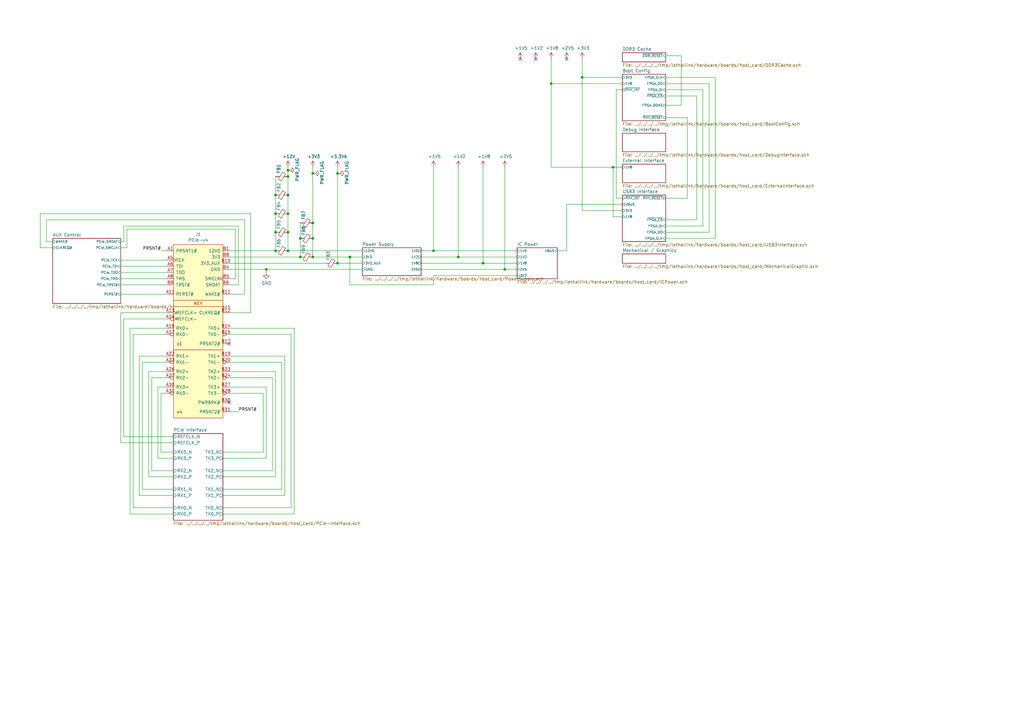
<source format=kicad_sch>
(kicad_sch (version 20230121) (generator eeschema)
  (paper "A3")
  (title_block (title "lethallink - PCIe Interface and Root Schematic") (date "2020-06-13") (rev "0") (company "Aki Van Ness"))
  (lib_symbols
    (symbol "lethallink-rescue:+3.3V-power" (power) (pin_names (offset 0))
      (property "Value" "+3.3V-power" (at 0 3.556 0))
      (symbol "+3.3V-power_0_1"
        (polyline (pts (xy -0.762 1.27) (xy 0 2.54)))
        (polyline (pts (xy 0 0) (xy 0 2.54)))
        (polyline (pts (xy 0 2.54) (xy 0.762 1.27)))
      )
      (symbol "+3.3V-power_1_1"
        (pin power_in line (at 0 0 90) (length 0) hide (name "+3V3") (number "1"))
      )
    )
    (symbol "lethallink-rescue:Ferrite_Bead_Small-Device" (pin_numbers hide) (pin_names (offset 0))
      (property "Reference" "FB" (at 1.905 1.27 0))
      (property "Value" "Device_Ferrite_Bead_Small" (at 1.905 -1.27 0))
      (symbol "Ferrite_Bead_Small-Device_0_1"
        (polyline (pts (xy 0 -1.27) (xy 0 -0.7874)))
        (polyline (pts (xy 0 0.889) (xy 0 1.2954)))
        (polyline (pts (xy -1.8288 0.2794) (xy -1.1176 1.4986) (xy 1.8288 -0.2032) (xy 1.1176 -1.4224) (xy -1.8288 0.2794)))
      )
      (symbol "Ferrite_Bead_Small-Device_1_1"
        (pin passive line (at 0 2.54 270) (length 1.27) (name "~") (number "1"))
        (pin passive line (at 0 -2.54 90) (length 1.27) (name "~") (number "2"))
      )
    )
    (symbol "lethallink-rescue:PCIe-x4-lethalbit-pcie" (pin_names (offset 1.016))
      (property "Reference" "J" (at 0 -48.26 0))
      (property "Value" "lethalbit-pcie_PCIe-x4" (at 0 25.4 0))
      (symbol "PCIe-x4-lethalbit-pcie_0_0"
        (polyline (pts (xy 10.16 -19.05) (xy -10.16 -19.05)))
        (polyline (pts (xy 10.16 1.27) (xy -10.16 1.27)))
        (text "KEY" (at 0 0 0) (effects (font (size 1.27 1.27))))
        (text "x1" (at -7.62 -16.51 0) (effects (font (size 1.27 1.27))))
        (text "x4" (at -7.62 -44.45 0) (effects (font (size 1.27 1.27))))
      )
      (symbol "PCIe-x4-lethalbit-pcie_0_1"
        (rectangle (start -10.16 -46.99) (end 10.16 24.13) (fill (type background)))
        (polyline (pts (xy -10.16 -1.27) (xy 10.16 -1.27)))
      )
      (symbol "PCIe-x4-lethalbit-pcie_1_1"
        (pin passive line (at -12.7 21.59 0) (length 2.54) (name "PRSNT1#") (number "A1"))
        (pin passive line (at 12.7 19.05 180) (length 2.54) hide (name "3V3") (number "A10"))
        (pin input line (at -12.7 3.81 0) (length 2.54) (name "PERST#") (number "A11"))
        (pin passive line (at 12.7 13.97 180) (length 2.54) hide (name "GND") (number "A12"))
        (pin input clock (at -12.7 -3.81 0) (length 2.54) (name "REFCLK+") (number "A13"))
        (pin input inverted_clock (at -12.7 -6.35 0) (length 2.54) (name "REFCLK-") (number "A14"))
        (pin passive line (at 12.7 13.97 180) (length 2.54) hide (name "GND") (number "A15"))
        (pin input line (at -12.7 -10.16 0) (length 2.54) (name "RX0+") (number "A16"))
        (pin input inverted (at -12.7 -12.7 0) (length 2.54) (name "RX0-") (number "A17"))
        (pin passive line (at 12.7 13.97 180) (length 2.54) hide (name "GND") (number "A18"))
        (pin no_connect non_logic (at 12.7 -7.62 180) (length 2.54) hide (name "RSVD") (number "A19"))
        (pin passive line (at 12.7 21.59 180) (length 2.54) hide (name "12V0") (number "A2"))
        (pin passive line (at 12.7 13.97 180) (length 2.54) hide (name "GND") (number "A20"))
        (pin passive line (at 12.7 13.97 180) (length 2.54) hide (name "GND") (number "A21"))
        (pin input line (at -12.7 -21.59 0) (length 2.54) (name "RX1+") (number "A22"))
        (pin input inverted (at -12.7 -24.13 0) (length 2.54) (name "RX1-") (number "A23"))
        (pin passive line (at 12.7 13.97 180) (length 2.54) hide (name "GND") (number "A24"))
        (pin passive line (at 12.7 13.97 180) (length 2.54) hide (name "GND") (number "A25"))
        (pin input line (at -12.7 -27.94 0) (length 2.54) (name "RX2+") (number "A26"))
        (pin input inverted (at -12.7 -30.48 0) (length 2.54) (name "RX2-") (number "A27"))
        (pin passive line (at 12.7 13.97 180) (length 2.54) hide (name "GND") (number "A28"))
        (pin passive line (at 12.7 13.97 180) (length 2.54) hide (name "GND") (number "A29"))
        (pin passive line (at 12.7 21.59 180) (length 2.54) hide (name "12V0") (number "A3"))
        (pin input line (at -12.7 -34.29 0) (length 2.54) (name "RX3+") (number "A30"))
        (pin input inverted (at -12.7 -36.83 0) (length 2.54) (name "RX3-") (number "A31"))
        (pin passive line (at 12.7 13.97 180) (length 2.54) hide (name "GND") (number "A32"))
        (pin passive line (at 12.7 13.97 180) (length 2.54) hide (name "GND") (number "A4"))
        (pin input clock (at -12.7 17.78 0) (length 2.54) (name "TCK") (number "A5"))
        (pin input line (at -12.7 15.24 0) (length 2.54) (name "TDI") (number "A6"))
        (pin output line (at -12.7 12.7 0) (length 2.54) (name "TDO") (number "A7"))
        (pin input line (at -12.7 10.16 0) (length 2.54) (name "TMS") (number "A8"))
        (pin passive line (at 12.7 19.05 180) (length 2.54) hide (name "3V3") (number "A9"))
        (pin power_out line (at 12.7 21.59 180) (length 2.54) (name "12V0") (number "B1"))
        (pin power_out line (at 12.7 16.51 180) (length 2.54) (name "3V3_AUX") (number "B10"))
        (pin open_emitter line (at 12.7 3.81 180) (length 2.54) (name "WAKE#") (number "B11"))
        (pin open_emitter line (at 12.7 -3.81 180) (length 2.54) (name "CLKREQ#") (number "B12"))
        (pin passive line (at 12.7 13.97 180) (length 2.54) hide (name "GND") (number "B13"))
        (pin output line (at 12.7 -10.16 180) (length 2.54) (name "TX0+") (number "B14"))
        (pin output inverted (at 12.7 -12.7 180) (length 2.54) (name "TX0-") (number "B15"))
        (pin passive line (at 12.7 13.97 180) (length 2.54) hide (name "GND") (number "B16"))
        (pin passive line (at 12.7 -16.51 180) (length 2.54) (name "PRSNT2#") (number "B17"))
        (pin passive line (at 12.7 13.97 180) (length 2.54) hide (name "GND") (number "B18"))
        (pin output line (at 12.7 -21.59 180) (length 2.54) (name "TX1+") (number "B19"))
        (pin passive line (at 12.7 21.59 180) (length 2.54) hide (name "12V0") (number "B2"))
        (pin output inverted (at 12.7 -24.13 180) (length 2.54) (name "TX1-") (number "B20"))
        (pin passive line (at 12.7 13.97 180) (length 2.54) hide (name "GND") (number "B21"))
        (pin passive line (at 12.7 13.97 180) (length 2.54) hide (name "GND") (number "B22"))
        (pin output line (at 12.7 -27.94 180) (length 2.54) (name "TX2+") (number "B23"))
        (pin output inverted (at 12.7 -30.48 180) (length 2.54) (name "TX2-") (number "B24"))
        (pin passive line (at 12.7 13.97 180) (length 2.54) hide (name "GND") (number "B25"))
        (pin passive line (at 12.7 13.97 180) (length 2.54) hide (name "GND") (number "B26"))
        (pin output line (at 12.7 -34.29 180) (length 2.54) (name "TX3+") (number "B27"))
        (pin output inverted (at 12.7 -36.83 180) (length 2.54) (name "TX3-") (number "B28"))
        (pin passive line (at 12.7 13.97 180) (length 2.54) hide (name "GND") (number "B29"))
        (pin passive line (at 12.7 21.59 180) (length 2.54) hide (name "12V0") (number "B3"))
        (pin open_emitter line (at 12.7 -40.64 180) (length 2.54) (name "PWRBRK#") (number "B30"))
        (pin passive line (at 12.7 -44.45 180) (length 2.54) (name "PRSNT2#") (number "B31"))
        (pin passive line (at 12.7 13.97 180) (length 2.54) hide (name "GND") (number "B32"))
        (pin passive line (at 12.7 13.97 180) (length 2.54) (name "GND") (number "B4"))
        (pin open_emitter clock (at 12.7 10.16 180) (length 2.54) (name "SMCLK") (number "B5"))
        (pin open_emitter line (at 12.7 7.62 180) (length 2.54) (name "SMDAT") (number "B6"))
        (pin passive line (at 12.7 13.97 180) (length 2.54) hide (name "GND") (number "B7"))
        (pin power_out line (at 12.7 19.05 180) (length 2.54) (name "3V3") (number "B8"))
        (pin input line (at -12.7 7.62 0) (length 2.54) (name "TRST#") (number "B9"))
        (pin passive line (at 12.7 13.97 180) (length 2.54) hide (name "GND") (number "G1"))
        (pin passive line (at 12.7 13.97 180) (length 2.54) hide (name "GND") (number "G2"))
      )
    )
    (symbol "power:+12V" (power) (pin_names (offset 0))
      (property "Value" "+12V" (at 0 3.556 0))
      (symbol "+12V_0_1"
        (polyline (pts (xy -0.762 1.27) (xy 0 2.54)))
        (polyline (pts (xy 0 0) (xy 0 2.54)))
        (polyline (pts (xy 0 2.54) (xy 0.762 1.27)))
      )
      (symbol "+12V_1_1"
        (pin power_in line (at 0 0 90) (length 0) hide (name "+12V") (number "1"))
      )
    )
    (symbol "power:+1V2" (power) (pin_names (offset 0))
      (property "Value" "+1V2" (at 0 3.556 0))
      (symbol "+1V2_0_1"
        (polyline (pts (xy -0.762 1.27) (xy 0 2.54)))
        (polyline (pts (xy 0 0) (xy 0 2.54)))
        (polyline (pts (xy 0 2.54) (xy 0.762 1.27)))
      )
      (symbol "+1V2_1_1"
        (pin power_in line (at 0 0 90) (length 0) hide (name "+1V2") (number "1"))
      )
    )
    (symbol "power:+1V5" (power) (pin_names (offset 0))
      (property "Value" "+1V5" (at 0 3.556 0))
      (symbol "+1V5_0_1"
        (polyline (pts (xy -0.762 1.27) (xy 0 2.54)))
        (polyline (pts (xy 0 0) (xy 0 2.54)))
        (polyline (pts (xy 0 2.54) (xy 0.762 1.27)))
      )
      (symbol "+1V5_1_1"
        (pin power_in line (at 0 0 90) (length 0) hide (name "+1V5") (number "1"))
      )
    )
    (symbol "power:+1V8" (power) (pin_names (offset 0))
      (property "Value" "+1V8" (at 0 3.556 0))
      (symbol "+1V8_0_1"
        (polyline (pts (xy -0.762 1.27) (xy 0 2.54)))
        (polyline (pts (xy 0 0) (xy 0 2.54)))
        (polyline (pts (xy 0 2.54) (xy 0.762 1.27)))
      )
      (symbol "+1V8_1_1"
        (pin power_in line (at 0 0 90) (length 0) hide (name "+1V8") (number "1"))
      )
    )
    (symbol "power:+2V5" (power) (pin_names (offset 0))
      (property "Value" "+2V5" (at 0 3.556 0))
      (symbol "+2V5_0_1"
        (polyline (pts (xy -0.762 1.27) (xy 0 2.54)))
        (polyline (pts (xy 0 0) (xy 0 2.54)))
        (polyline (pts (xy 0 2.54) (xy 0.762 1.27)))
      )
      (symbol "+2V5_1_1"
        (pin power_in line (at 0 0 90) (length 0) hide (name "+2V5") (number "1"))
      )
    )
    (symbol "power:+3.3VA" (power) (pin_names (offset 0))
      (property "Value" "+3.3VA" (at 0 3.556 0))
      (symbol "+3.3VA_0_1"
        (polyline (pts (xy -0.762 1.27) (xy 0 2.54)))
        (polyline (pts (xy 0 0) (xy 0 2.54)))
        (polyline (pts (xy 0 2.54) (xy 0.762 1.27)))
      )
      (symbol "+3.3VA_1_1"
        (pin power_in line (at 0 0 90) (length 0) hide (name "+3.3VA") (number "1"))
      )
    )
    (symbol "power:GND" (power) (pin_names (offset 0))
      (property "Value" "GND" (at 0 -3.81 0))
      (symbol "GND_0_1"
        (polyline (pts (xy 0 0) (xy 0 -1.27) (xy 1.27 -1.27) (xy 0 -2.54) (xy -1.27 -1.27) (xy 0 -1.27)))
      )
      (symbol "GND_1_1"
        (pin power_in line (at 0 0 270) (length 0) hide (name "GND") (number "1"))
      )
    )
    (symbol "power:PWR_FLAG" (power) (pin_numbers hide) (pin_names (offset 0) hide)
      (property "Value" "PWR_FLAG" (at 0 3.81 0))
      (symbol "PWR_FLAG_0_0"
        (pin power_out line (at 0 0 90) (length 0) (name "pwr") (number "1"))
      )
      (symbol "PWR_FLAG_0_1"
        (polyline (pts (xy 0 0) (xy 0 1.27) (xy -1.016 1.905) (xy 0 2.54) (xy 1.016 1.905) (xy 0 1.27)))
      )
    )
  )
  (junction (at 138.43 71.12))
  (junction (at 118.11 69.85))
  (junction (at 123.19 97.79))
  (junction (at 113.03 87.63))
  (junction (at 138.43 107.95))
  (junction (at 128.27 91.44))
  (junction (at 113.03 80.01))
  (junction (at 207.01 110.49))
  (junction (at 177.8 102.87))
  (junction (at 113.03 102.87))
  (junction (at 238.76 31.75))
  (junction (at 113.03 95.25))
  (junction (at 123.19 105.41))
  (junction (at 143.51 105.41))
  (junction (at 128.27 105.41))
  (junction (at 128.27 97.79))
  (junction (at 118.11 80.01))
  (junction (at 118.11 102.87))
  (junction (at 118.11 95.25))
  (junction (at 198.12 107.95))
  (junction (at 226.06 34.29))
  (junction (at 118.11 87.63))
  (junction (at 128.27 71.12))
  (junction (at 109.22 110.49))
  (junction (at 251.46 68.58))
  (junction (at 118.11 72.39))
  (junction (at 187.96 105.41))
  (no_connect (at 232.41 24.13))
  (no_connect (at 93.98 165.1))
  (no_connect (at 219.71 24.13))
  (no_connect (at 213.36 24.13))
  (no_connect (at 93.98 140.97))
  (wire (pts (xy 71.12 187.96) (xy 64.77 187.96)))
  (wire (pts (xy 273.05 48.26) (xy 281.94 48.26)))
  (wire (pts (xy 198.12 107.95) (xy 172.72 107.95)))
  (wire (pts (xy 109.22 110.49) (xy 109.22 111.76)))
  (wire (pts (xy 64.77 158.75) (xy 68.58 158.75)))
  (wire (pts (xy 285.75 39.37) (xy 273.05 39.37)))
  (wire (pts (xy 128.27 91.44) (xy 128.27 97.79)))
  (wire (pts (xy 128.27 105.41) (xy 143.51 105.41)))
  (wire (pts (xy 251.46 68.58) (xy 255.27 68.58)))
  (wire (pts (xy 96.52 93.98) (xy 52.07 93.98)))
  (wire (pts (xy 91.44 203.2) (xy 116.84 203.2)))
  (wire (pts (xy 50.8 179.07) (xy 50.8 130.81)))
  (wire (pts (xy 118.11 72.39) (xy 118.11 80.01)))
  (wire (pts (xy 273.05 95.25) (xy 290.83 95.25)))
  (wire (pts (xy 66.04 161.29) (xy 66.04 185.42)))
  (wire (pts (xy 207.01 110.49) (xy 212.09 110.49)))
  (wire (pts (xy 238.76 31.75) (xy 238.76 86.36)))
  (wire (pts (xy 71.12 210.82) (xy 53.34 210.82)))
  (wire (pts (xy 16.51 87.63) (xy 102.87 87.63)))
  (wire (pts (xy 226.06 34.29) (xy 226.06 68.58)))
  (wire (pts (xy 21.59 101.6) (xy 16.51 101.6)))
  (wire (pts (xy 177.8 113.03) (xy 212.09 113.03)))
  (wire (pts (xy 49.53 106.68) (xy 68.58 106.68)))
  (wire (pts (xy 118.11 69.85) (xy 118.11 72.39)))
  (wire (pts (xy 187.96 105.41) (xy 212.09 105.41)))
  (wire (pts (xy 138.43 71.12) (xy 138.43 107.95)))
  (wire (pts (xy 207.01 68.58) (xy 207.01 110.49)))
  (wire (pts (xy 226.06 34.29) (xy 226.06 24.13)))
  (wire (pts (xy 255.27 36.83) (xy 252.73 36.83)))
  (wire (pts (xy 93.98 110.49) (xy 109.22 110.49)))
  (wire (pts (xy 290.83 34.29) (xy 273.05 34.29)))
  (wire (pts (xy 58.42 148.59) (xy 58.42 200.66)))
  (wire (pts (xy 198.12 107.95) (xy 212.09 107.95)))
  (wire (pts (xy 293.37 97.79) (xy 273.05 97.79)))
  (wire (pts (xy 53.34 210.82) (xy 53.34 134.62)))
  (wire (pts (xy 54.61 137.16) (xy 68.58 137.16)))
  (wire (pts (xy 118.11 95.25) (xy 118.11 102.87)))
  (wire (pts (xy 107.95 185.42) (xy 107.95 161.29)))
  (wire (pts (xy 91.44 210.82) (xy 120.65 210.82)))
  (wire (pts (xy 119.38 137.16) (xy 119.38 208.28)))
  (wire (pts (xy 226.06 34.29) (xy 255.27 34.29)))
  (wire (pts (xy 49.53 181.61) (xy 71.12 181.61)))
  (wire (pts (xy 68.58 154.94) (xy 62.23 154.94)))
  (wire (pts (xy 111.76 154.94) (xy 93.98 154.94)))
  (wire (pts (xy 58.42 200.66) (xy 71.12 200.66)))
  (wire (pts (xy 68.58 102.87) (xy 66.04 102.87)))
  (wire (pts (xy 60.96 195.58) (xy 60.96 152.4)))
  (wire (pts (xy 113.03 87.63) (xy 113.03 95.25)))
  (wire (pts (xy 207.01 110.49) (xy 172.72 110.49)))
  (wire (pts (xy 120.65 134.62) (xy 93.98 134.62)))
  (wire (pts (xy 93.98 105.41) (xy 123.19 105.41)))
  (wire (pts (xy 68.58 120.65) (xy 49.53 120.65)))
  (wire (pts (xy 281.94 48.26) (xy 281.94 81.28)))
  (wire (pts (xy 93.98 137.16) (xy 119.38 137.16)))
  (wire (pts (xy 49.53 111.76) (xy 68.58 111.76)))
  (wire (pts (xy 238.76 24.13) (xy 238.76 31.75)))
  (wire (pts (xy 116.84 146.05) (xy 93.98 146.05)))
  (wire (pts (xy 273.05 90.17) (xy 285.75 90.17)))
  (wire (pts (xy 177.8 102.87) (xy 212.09 102.87)))
  (wire (pts (xy 71.12 208.28) (xy 54.61 208.28)))
  (wire (pts (xy 91.44 200.66) (xy 115.57 200.66)))
  (wire (pts (xy 115.57 148.59) (xy 93.98 148.59)))
  (wire (pts (xy 143.51 116.84) (xy 177.8 116.84)))
  (wire (pts (xy 53.34 134.62) (xy 68.58 134.62)))
  (wire (pts (xy 111.76 193.04) (xy 111.76 154.94)))
  (wire (pts (xy 118.11 87.63) (xy 118.11 95.25)))
  (wire (pts (xy 172.72 105.41) (xy 187.96 105.41)))
  (wire (pts (xy 102.87 87.63) (xy 102.87 128.27)))
  (wire (pts (xy 232.41 83.82) (xy 255.27 83.82)))
  (wire (pts (xy 100.33 90.17) (xy 19.05 90.17)))
  (wire (pts (xy 123.19 97.79) (xy 123.19 105.41)))
  (wire (pts (xy 238.76 31.75) (xy 255.27 31.75)))
  (wire (pts (xy 238.76 86.36) (xy 255.27 86.36)))
  (wire (pts (xy 97.79 116.84) (xy 97.79 92.71)))
  (wire (pts (xy 285.75 90.17) (xy 285.75 39.37)))
  (wire (pts (xy 102.87 128.27) (xy 93.98 128.27)))
  (wire (pts (xy 138.43 107.95) (xy 148.59 107.95)))
  (wire (pts (xy 107.95 161.29) (xy 93.98 161.29)))
  (wire (pts (xy 279.4 22.86) (xy 273.05 22.86)))
  (wire (pts (xy 118.11 80.01) (xy 118.11 87.63)))
  (wire (pts (xy 100.33 120.65) (xy 100.33 90.17)))
  (wire (pts (xy 115.57 200.66) (xy 115.57 148.59)))
  (wire (pts (xy 50.8 130.81) (xy 68.58 130.81)))
  (wire (pts (xy 226.06 68.58) (xy 251.46 68.58)))
  (wire (pts (xy 123.19 91.44) (xy 123.19 97.79)))
  (wire (pts (xy 113.03 152.4) (xy 113.03 195.58)))
  (wire (pts (xy 62.23 193.04) (xy 71.12 193.04)))
  (wire (pts (xy 52.07 93.98) (xy 52.07 101.6)))
  (wire (pts (xy 109.22 187.96) (xy 91.44 187.96)))
  (wire (pts (xy 50.8 92.71) (xy 50.8 99.06)))
  (wire (pts (xy 49.53 116.84) (xy 68.58 116.84)))
  (wire (pts (xy 232.41 83.82) (xy 232.41 102.87)))
  (wire (pts (xy 251.46 88.9) (xy 255.27 88.9)))
  (wire (pts (xy 19.05 90.17) (xy 19.05 99.06)))
  (wire (pts (xy 109.22 158.75) (xy 109.22 187.96)))
  (wire (pts (xy 71.12 179.07) (xy 50.8 179.07)))
  (wire (pts (xy 49.53 114.3) (xy 68.58 114.3)))
  (wire (pts (xy 49.53 128.27) (xy 49.53 181.61)))
  (wire (pts (xy 252.73 81.28) (xy 255.27 81.28)))
  (wire (pts (xy 96.52 114.3) (xy 96.52 93.98)))
  (wire (pts (xy 128.27 71.12) (xy 128.27 91.44)))
  (wire (pts (xy 116.84 203.2) (xy 116.84 146.05)))
  (wire (pts (xy 177.8 102.87) (xy 177.8 68.58)))
  (wire (pts (xy 68.58 148.59) (xy 58.42 148.59)))
  (wire (pts (xy 19.05 99.06) (xy 21.59 99.06)))
  (wire (pts (xy 118.11 68.58) (xy 118.11 69.85)))
  (wire (pts (xy 177.8 116.84) (xy 177.8 113.03)))
  (wire (pts (xy 113.03 95.25) (xy 113.03 102.87)))
  (wire (pts (xy 113.03 80.01) (xy 113.03 87.63)))
  (wire (pts (xy 281.94 81.28) (xy 273.05 81.28)))
  (wire (pts (xy 273.05 36.83) (xy 288.29 36.83)))
  (wire (pts (xy 93.98 158.75) (xy 109.22 158.75)))
  (wire (pts (xy 251.46 68.58) (xy 251.46 88.9)))
  (wire (pts (xy 62.23 154.94) (xy 62.23 193.04)))
  (wire (pts (xy 54.61 208.28) (xy 54.61 137.16)))
  (wire (pts (xy 57.15 146.05) (xy 68.58 146.05)))
  (wire (pts (xy 113.03 72.39) (xy 113.03 80.01)))
  (wire (pts (xy 93.98 107.95) (xy 133.35 107.95)))
  (wire (pts (xy 279.4 43.18) (xy 279.4 22.86)))
  (wire (pts (xy 50.8 99.06) (xy 49.53 99.06)))
  (wire (pts (xy 97.79 92.71) (xy 50.8 92.71)))
  (wire (pts (xy 120.65 210.82) (xy 120.65 134.62)))
  (wire (pts (xy 119.38 208.28) (xy 91.44 208.28)))
  (wire (pts (xy 143.51 105.41) (xy 143.51 116.84)))
  (wire (pts (xy 93.98 120.65) (xy 100.33 120.65)))
  (wire (pts (xy 138.43 68.58) (xy 138.43 71.12)))
  (wire (pts (xy 128.27 68.58) (xy 128.27 71.12)))
  (wire (pts (xy 93.98 168.91) (xy 97.79 168.91)))
  (wire (pts (xy 66.04 185.42) (xy 71.12 185.42)))
  (wire (pts (xy 252.73 36.83) (xy 252.73 81.28)))
  (wire (pts (xy 198.12 68.58) (xy 198.12 107.95)))
  (wire (pts (xy 71.12 195.58) (xy 60.96 195.58)))
  (wire (pts (xy 273.05 43.18) (xy 279.4 43.18)))
  (wire (pts (xy 273.05 31.75) (xy 293.37 31.75)))
  (wire (pts (xy 52.07 101.6) (xy 49.53 101.6)))
  (wire (pts (xy 49.53 109.22) (xy 68.58 109.22)))
  (wire (pts (xy 109.22 110.49) (xy 148.59 110.49)))
  (wire (pts (xy 91.44 193.04) (xy 111.76 193.04)))
  (wire (pts (xy 290.83 95.25) (xy 290.83 34.29)))
  (wire (pts (xy 93.98 152.4) (xy 113.03 152.4)))
  (wire (pts (xy 143.51 105.41) (xy 148.59 105.41)))
  (wire (pts (xy 228.6 102.87) (xy 232.41 102.87)))
  (wire (pts (xy 16.51 101.6) (xy 16.51 87.63)))
  (wire (pts (xy 91.44 185.42) (xy 107.95 185.42)))
  (wire (pts (xy 187.96 105.41) (xy 187.96 68.58)))
  (wire (pts (xy 128.27 97.79) (xy 128.27 105.41)))
  (wire (pts (xy 113.03 195.58) (xy 91.44 195.58)))
  (wire (pts (xy 68.58 128.27) (xy 49.53 128.27)))
  (wire (pts (xy 172.72 102.87) (xy 177.8 102.87)))
  (wire (pts (xy 93.98 102.87) (xy 113.03 102.87)))
  (wire (pts (xy 60.96 152.4) (xy 68.58 152.4)))
  (wire (pts (xy 293.37 31.75) (xy 293.37 97.79)))
  (wire (pts (xy 118.11 102.87) (xy 148.59 102.87)))
  (wire (pts (xy 93.98 116.84) (xy 97.79 116.84)))
  (wire (pts (xy 288.29 92.71) (xy 273.05 92.71)))
  (wire (pts (xy 71.12 203.2) (xy 57.15 203.2)))
  (wire (pts (xy 57.15 203.2) (xy 57.15 146.05)))
  (wire (pts (xy 93.98 114.3) (xy 96.52 114.3)))
  (wire (pts (xy 288.29 36.83) (xy 288.29 92.71)))
  (wire (pts (xy 64.77 187.96) (xy 64.77 158.75)))
  (wire (pts (xy 68.58 161.29) (xy 66.04 161.29)))
  (label "PRSNT#" (at 97.79 168.91 0))
  (label "PRSNT#" (at 66.04 102.87 180))
  (symbol (lib_id "lethallink-rescue:PCIe-x4-lethalbit-pcie") (at 81.28 124.46 0) (unit 1)
    (property "Reference" "J1" (at 81.28 96.139 0))
    (property "Value" "PCIe-x4" (at 81.28 98.4504 0))
    (property "Footprint" "lethalbit-pcie:PCIe-x4-Card-FH" (effects hide))
  )
  (symbol (lib_id "power:GND") (at 109.22 111.76 0) (unit 1)
    (property "Reference" "#PWR0101" (effects hide))
    (property "Value" "GND" (at 109.347 116.1542 0))
  )
  (symbol (lib_id "power:+12V") (at 118.11 68.58 0) (unit 1)
    (property "Reference" "#PWR0102" (effects hide))
    (property "Value" "+12V" (at 118.491 64.1858 0))
  )
  (symbol (lib_id "lethallink-rescue:+3.3V-power") (at 128.27 68.58 0) (unit 1)
    (property "Reference" "#PWR0103" (effects hide))
    (property "Value" "+3.3V" (at 128.651 64.1858 0))
  )
  (symbol (lib_id "power:+3.3VA") (at 138.43 68.58 0) (unit 1)
    (property "Reference" "#PWR0104" (effects hide))
    (property "Value" "+3.3VA" (at 138.811 64.1858 0))
  )
  (symbol (lib_id "power:+2V5") (at 207.01 68.58 0) (unit 1)
    (property "Reference" "#PWR0108" (effects hide))
    (property "Value" "+2V5" (at 207.391 64.1858 0))
  )
  (symbol (lib_id "power:+1V8") (at 198.12 68.58 0) (unit 1)
    (property "Reference" "#PWR0107" (effects hide))
    (property "Value" "+1V8" (at 198.501 64.1858 0))
  )
  (symbol (lib_id "power:+1V2") (at 187.96 68.58 0) (unit 1)
    (property "Reference" "#PWR0106" (effects hide))
    (property "Value" "+1V2" (at 188.341 64.1858 0))
  )
  (symbol (lib_id "lethallink-rescue:Ferrite_Bead_Small-Device") (at 125.73 105.41 270) (unit 1)
    (property "Reference" "FB9" (at 124.46 104.14 0) (effects (justify right)))
    (property "Value" "33 @ 100Mhz" (effects hide))
    (property "Footprint" "Resistor_SMD:R_0402_1005Metric" (effects hide))
    (property "MFR" "Murata Electronics" (effects hide))
    (property "MPN" "BLM15PX330SN1D" (effects hide))
  )
  (symbol (lib_id "lethallink-rescue:Ferrite_Bead_Small-Device") (at 125.73 91.44 270) (unit 1)
    (property "Reference" "FB7" (at 124.46 90.17 0) (effects (justify right)))
    (property "Value" "33 @ 100Mhz" (effects hide))
    (property "Footprint" "Resistor_SMD:R_0402_1005Metric" (effects hide))
    (property "MFR" "Murata Electronics" (effects hide))
    (property "MPN" "BLM15PX330SN1D" (effects hide))
  )
  (symbol (lib_id "lethallink-rescue:Ferrite_Bead_Small-Device") (at 125.73 97.79 270) (unit 1)
    (property "Reference" "FB8" (at 124.46 96.52 0) (effects (justify right)))
    (property "Value" "33 @ 100Mhz" (effects hide))
    (property "Footprint" "Resistor_SMD:R_0402_1005Metric" (effects hide))
    (property "MFR" "Murata Electronics" (effects hide))
    (property "MPN" "BLM15PX330SN1D" (effects hide))
  )
  (symbol (lib_id "lethallink-rescue:Ferrite_Bead_Small-Device") (at 115.57 102.87 270) (unit 1)
    (property "Reference" "FB6" (at 114.3 101.6 0) (effects (justify right)))
    (property "Value" "33 @ 100Mhz" (effects hide))
    (property "Footprint" "Resistor_SMD:R_0402_1005Metric" (effects hide))
    (property "MFR" "Murata Electronics" (effects hide))
    (property "MPN" "BLM15PX330SN1D" (effects hide))
  )
  (symbol (lib_id "lethallink-rescue:Ferrite_Bead_Small-Device") (at 115.57 95.25 270) (unit 1)
    (property "Reference" "FB5" (at 114.3 93.98 0) (effects (justify right)))
    (property "Value" "33 @ 100Mhz" (effects hide))
    (property "Footprint" "Resistor_SMD:R_0402_1005Metric" (effects hide))
    (property "MFR" "Murata Electronics" (effects hide))
    (property "MPN" "BLM15PX330SN1D" (effects hide))
  )
  (symbol (lib_id "lethallink-rescue:Ferrite_Bead_Small-Device") (at 115.57 87.63 270) (unit 1)
    (property "Reference" "FB4" (at 114.3 86.36 0) (effects (justify right)))
    (property "Value" "33 @ 100Mhz" (effects hide))
    (property "Footprint" "Resistor_SMD:R_0402_1005Metric" (effects hide))
    (property "MFR" "Murata Electronics" (effects hide))
    (property "MPN" "BLM15PX330SN1D" (effects hide))
  )
  (symbol (lib_id "lethallink-rescue:Ferrite_Bead_Small-Device") (at 115.57 80.01 270) (unit 1)
    (property "Reference" "FB2" (at 114.3 78.74 0) (effects (justify right)))
    (property "Value" "33 @ 100Mhz" (effects hide))
    (property "Footprint" "Resistor_SMD:R_0402_1005Metric" (effects hide))
    (property "MFR" "Murata Electronics" (effects hide))
    (property "MPN" "BLM15PX330SN1D" (effects hide))
  )
  (symbol (lib_id "lethallink-rescue:Ferrite_Bead_Small-Device") (at 115.57 72.39 270) (unit 1)
    (property "Reference" "FB1" (at 114.3 71.12 0) (effects (justify right)))
    (property "Value" "33 @ 100Mhz" (effects hide))
    (property "Footprint" "Resistor_SMD:R_0402_1005Metric" (effects hide))
    (property "MFR" "Murata Electronics" (effects hide))
    (property "MPN" "BLM15PX330SN1D" (effects hide))
  )
  (symbol (lib_id "power:+1V5") (at 177.8 68.58 0) (unit 1)
    (property "Reference" "#PWR0105" (effects hide))
    (property "Value" "+1V5" (at 178.181 64.1858 0))
  )
  (symbol (lib_id "lethallink-rescue:Ferrite_Bead_Small-Device") (at 135.89 107.95 270) (unit 1)
    (property "Reference" "FB3" (at 134.62 106.68 0) (effects (justify right)))
    (property "Value" "33 @ 100Mhz" (effects hide))
    (property "Footprint" "Resistor_SMD:R_0402_1005Metric" (effects hide))
    (property "MFR" "Murata Electronics" (effects hide))
    (property "MPN" "BLM15PX330SN1D" (effects hide))
  )
  (symbol (lib_id "lethallink-rescue:+3.3V-power") (at 238.76 24.13 0) (unit 1)
    (property "Reference" "#PWR0126" (effects hide))
    (property "Value" "+3.3V" (at 239.141 19.7358 0))
  )
  (symbol (lib_id "power:PWR_FLAG") (at 118.11 69.85 270) (unit 1)
    (property "Reference" "#FLG0101" (effects hide))
    (property "Value" "PWR_FLAG" (at 121.92 64.77 0) (effects (justify left)))
  )
  (symbol (lib_id "power:PWR_FLAG") (at 128.27 71.12 270) (unit 1)
    (property "Reference" "#FLG0102" (effects hide))
    (property "Value" "PWR_FLAG" (at 132.08 66.04 0) (effects (justify left)))
  )
  (symbol (lib_id "power:PWR_FLAG") (at 138.43 71.12 270) (unit 1)
    (property "Reference" "#FLG0103" (effects hide))
    (property "Value" "PWR_FLAG" (at 142.24 66.04 0) (effects (justify left)))
  )
  (symbol (lib_id "power:+1V8") (at 226.06 24.13 0) (unit 1)
    (property "Reference" "#PWR0132" (effects hide))
    (property "Value" "+1V8" (at 226.441 19.7358 0))
  )
  (symbol (lib_id "power:+2V5") (at 232.41 24.13 0) (unit 1)
    (property "Reference" "#PWR0133" (effects hide))
    (property "Value" "+2V5" (at 232.791 19.7358 0))
  )
  (symbol (lib_id "power:+1V5") (at 213.36 24.13 0) (unit 1)
    (property "Reference" "#PWR0134" (effects hide))
    (property "Value" "+1V5" (at 213.741 19.7358 0))
  )
  (symbol (lib_id "power:+1V2") (at 219.71 24.13 0) (unit 1)
    (property "Reference" "#PWR0135" (effects hide))
    (property "Value" "+1V2" (at 220.091 19.7358 0))
  )
  (sheet (at 71.12 177.8) (size 20.32 35.56)
    (property "Sheetname" "PCIe Interface" (at 71.12 177.0884 0) (effects (justify left bottom)))
    (property "Sheetfile" "../../../../tmp/lethallink/hardware/boards/host_card/PCIe-Interface.sch" (at 71.12 213.9446 0) (effects (justify left top)))
    (pin "REFCLK_P" input (at 71.12 181.61 180))
    (pin "REFCLK_N" input (at 71.12 179.07 180))
    (pin "TX0_P" output (at 91.44 210.82 0))
    (pin "TX0_N" output (at 91.44 208.28 0))
    (pin "TX1_P" output (at 91.44 203.2 0))
    (pin "TX1_N" output (at 91.44 200.66 0))
    (pin "TX2_P" output (at 91.44 195.58 0))
    (pin "TX2_N" output (at 91.44 193.04 0))
    (pin "TX3_P" output (at 91.44 187.96 0))
    (pin "TX3_N" output (at 91.44 185.42 0))
    (pin "RX0_P" input (at 71.12 210.82 180))
    (pin "RX0_N" input (at 71.12 208.28 180))
    (pin "RX1_P" input (at 71.12 203.2 180))
    (pin "RX1_N" input (at 71.12 200.66 180))
    (pin "RX2_P" input (at 71.12 195.58 180))
    (pin "RX2_N" input (at 71.12 193.04 180))
    (pin "RX3_P" input (at 71.12 187.96 180))
    (pin "RX3_N" input (at 71.12 185.42 180))
  )
  (sheet (at 21.59 97.79) (size 27.94 26.67)
    (property "Sheetname" "AUX Control" (at 21.59 97.0784 0) (effects (justify left bottom)))
    (property "Sheetfile" "../../../../tmp/lethallink/hardware/boards/host_card/AUXControl.sch" (at 21.59 125.0446 0) (effects (justify left top)))
    (pin "PCIe_TCK" input (at 49.53 106.68 0) (effects (font (size 0.9906 0.9906))))
    (pin "PCIe_TDI" input (at 49.53 109.22 0) (effects (font (size 0.9906 0.9906))))
    (pin "PCIe_TDO" input (at 49.53 111.76 0) (effects (font (size 0.9906 0.9906))))
    (pin "PCIe_TMS" input (at 49.53 114.3 0) (effects (font (size 0.9906 0.9906))))
    (pin "PCIe_TRST#" input (at 49.53 116.84 0) (effects (font (size 0.9906 0.9906))))
    (pin "PCIe_SMCLK" input (at 49.53 101.6 0) (effects (font (size 0.9906 0.9906))))
    (pin "PCIe_SMDAT" input (at 49.53 99.06 0) (effects (font (size 0.9906 0.9906))))
    (pin "PERST#" input (at 49.53 120.65 0) (effects (font (size 0.9906 0.9906))))
    (pin "WAKE#" input (at 21.59 99.06 180) (effects (font (size 0.9906 0.9906))))
    (pin "CLKREQ#" input (at 21.59 101.6 180) (effects (font (size 0.9906 0.9906))))
  )
  (sheet (at 255.27 21.59) (size 17.78 3.81)
    (property "Sheetname" "DDR3 Cache" (at 255.27 20.8784 0) (effects (justify left bottom)))
    (property "Sheetfile" "../../../../tmp/lethallink/hardware/boards/host_card/DDR3Cache.sch" (at 255.27 25.9846 0) (effects (justify left top)))
    (pin "~{DDR_RESET}" input (at 273.05 22.86 0) (effects (font (size 0.9906 0.9906))))
  )
  (sheet (at 148.59 101.6) (size 24.13 11.43)
    (property "Sheetname" "Power Supply" (at 148.59 100.8884 0) (effects (justify left bottom)))
    (property "Sheetfile" "../../../../tmp/lethallink/hardware/boards/host_card/PowerSupply.sch" (at 148.59 113.6146 0) (effects (justify left top)))
    (pin "12V0" input (at 148.59 102.87 180) (effects (font (size 0.9906 0.9906))))
    (pin "3V3" input (at 148.59 105.41 180) (effects (font (size 0.9906 0.9906))))
    (pin "3V3_AUX" input (at 148.59 107.95 180) (effects (font (size 0.9906 0.9906))))
    (pin "GND" input (at 148.59 110.49 180) (effects (font (size 0.9906 0.9906))))
    (pin "1V2" output (at 172.72 105.41 0) (effects (font (size 0.9906 0.9906))))
    (pin "2V5" output (at 172.72 110.49 0) (effects (font (size 0.9906 0.9906))))
    (pin "1V8" output (at 172.72 107.95 0) (effects (font (size 0.9906 0.9906))))
    (pin "1V5" output (at 172.72 102.87 0) (effects (font (size 0.9906 0.9906))))
  )
  (sheet (at 212.09 101.6) (size 16.51 12.7)
    (property "Sheetname" "IC Power" (at 212.09 100.8884 0) (effects (justify left bottom)))
    (property "Sheetfile" "../../../../tmp/lethallink/hardware/boards/host_card/ICPower.sch" (at 212.09 114.8846 0) (effects (justify left top)))
    (pin "3V3" input (at 212.09 113.03 180) (effects (font (size 0.9906 0.9906))))
    (pin "1V8" input (at 212.09 107.95 180) (effects (font (size 0.9906 0.9906))))
    (pin "2V5" input (at 212.09 110.49 180) (effects (font (size 0.9906 0.9906))))
    (pin "1V2" input (at 212.09 105.41 180) (effects (font (size 0.9906 0.9906))))
    (pin "1V5" input (at 212.09 102.87 180) (effects (font (size 0.9906 0.9906))))
    (pin "VBUS" input (at 228.6 102.87 0) (effects (font (size 0.9906 0.9906))))
  )
  (sheet (at 255.27 30.48) (size 17.78 19.05)
    (property "Sheetname" "Boot Config" (at 255.27 29.7684 0) (effects (justify left bottom)))
    (property "Sheetfile" "../../../../tmp/lethallink/hardware/boards/host_card/BootConfig.sch" (at 255.27 50.1146 0) (effects (justify left top)))
    (pin "3V3" input (at 255.27 31.75 180) (effects (font (size 0.9906 0.9906))))
    (pin "1V8" input (at 255.27 34.29 180) (effects (font (size 0.9906 0.9906))))
    (pin "~{PHY_INT}" output (at 255.27 36.83 180) (effects (font (size 0.9906 0.9906))))
    (pin "~{PHY_RESET}" input (at 273.05 48.26 0) (effects (font (size 0.9906 0.9906))))
    (pin "~{FPGA_CS}" input (at 273.05 39.37 0) (effects (font (size 0.9906 0.9906))))
    (pin "FPGA_DO" input (at 273.05 34.29 0) (effects (font (size 0.9906 0.9906))))
    (pin "FPGA_DI" input (at 273.05 36.83 0) (effects (font (size 0.9906 0.9906))))
    (pin "FPGA_CLK" input (at 273.05 31.75 0) (effects (font (size 0.9906 0.9906))))
    (pin "FPGA_DONE" output (at 273.05 43.18 0) (effects (font (size 0.9906 0.9906))))
  )
  (sheet (at 255.27 54.61) (size 17.78 7.62)
    (property "Sheetname" "Debug Interface" (at 255.27 53.8984 0) (effects (justify left bottom)))
    (property "Sheetfile" "../../../../tmp/lethallink/hardware/boards/host_card/DebugInterface.sch" (at 255.27 62.8146 0) (effects (justify left top)))
  )
  (sheet (at 255.27 67.31) (size 17.78 7.62)
    (property "Sheetname" "External Interface" (at 255.27 66.5984 0) (effects (justify left bottom)))
    (property "Sheetfile" "../../../../tmp/lethallink/hardware/boards/host_card/ExternalInterface.sch" (at 255.27 75.5146 0) (effects (justify left top)))
    (pin "1V8" input (at 255.27 68.58 180) (effects (font (size 0.9906 0.9906))))
  )
  (sheet (at 255.27 80.01) (size 17.78 19.05)
    (property "Sheetname" "USB3 Interface" (at 255.27 79.2984 0) (effects (justify left bottom)))
    (property "Sheetfile" "../../../../tmp/lethallink/hardware/boards/host_card/USB3Interface.sch" (at 255.27 99.6446 0) (effects (justify left top)))
    (pin "VBUS" output (at 255.27 83.82 180) (effects (font (size 0.9906 0.9906))))
    (pin "~{PHY_INT}" input (at 255.27 81.28 180) (effects (font (size 0.9906 0.9906))))
    (pin "~{PHY_RESET}" output (at 273.05 81.28 0) (effects (font (size 0.9906 0.9906))))
    (pin "3V3" input (at 255.27 86.36 180) (effects (font (size 0.9906 0.9906))))
    (pin "1V8" input (at 255.27 88.9 180) (effects (font (size 0.9906 0.9906))))
    (pin "~{FPGA_CS}" input (at 273.05 90.17 0) (effects (font (size 0.9906 0.9906))))
    (pin "FPGA_DO" input (at 273.05 95.25 0) (effects (font (size 0.9906 0.9906))))
    (pin "FPGA_DI" input (at 273.05 92.71 0) (effects (font (size 0.9906 0.9906))))
    (pin "FPGA_CLK" input (at 273.05 97.79 0) (effects (font (size 0.9906 0.9906))))
  )
  (sheet (at 255.27 104.14) (size 17.78 3.81)
    (property "Sheetname" "Mechanical / Graphics" (at 255.27 103.4284 0) (effects (justify left bottom)))
    (property "Sheetfile" "../../../../tmp/lethallink/hardware/boards/host_card/MechanicalGraphic.sch" (at 255.27 108.5346 0) (effects (justify left top)))
  )
)
</source>
